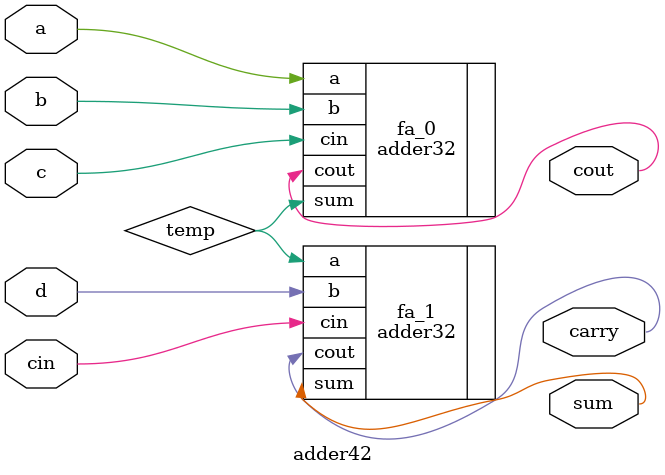
<source format=v>

module adder42(a, b, c, d, cin, carry, sum, cout);

    input a;
    input b;
    input c;
    input d;
    input cin;
    output carry;
    output sum;
    output cout;
    wire temp;

    adder32 fa_0(.a(a), .b(b), .cin(c), .cout(cout), .sum(temp));
    adder32 fa_1(.a(temp), .b(d), .cin(cin), .cout(carry), .sum(sum));

endmodule
//`endcelldefine

</source>
